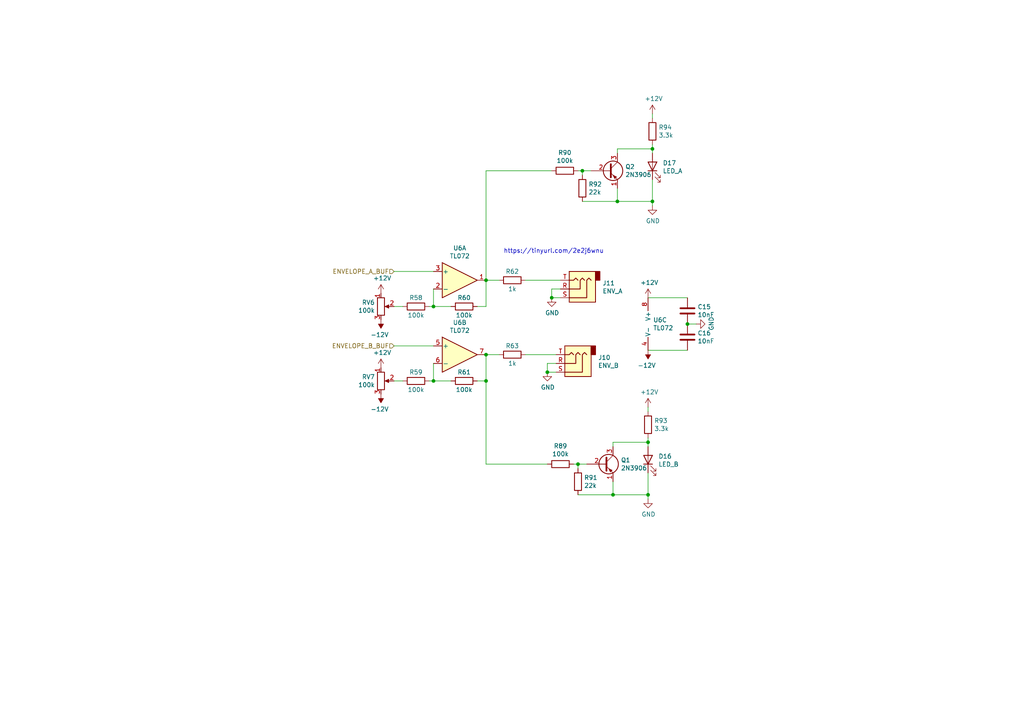
<source format=kicad_sch>
(kicad_sch (version 20211123) (generator eeschema)
  (paper "A4")
  (lib_symbols
    (symbol "Amplifier_Operational:TL072" (pin_names (offset 0.127))
      (property "Reference" "U" (at 0 5.08 0))
      (property "Value" "TL072" (at 0 -5.08 0))
      (symbol "TL072_1_1"
        (polyline (pts (xy -5.08 5.08) (xy 5.08 0) (xy -5.08 -5.08) (xy -5.08 5.08)) (stroke (width 0.254)) (fill (type background)))
        (pin output line (at 7.62 0 180) (length 2.54) (name "~") (number "1"))
        (pin input line (at -7.62 -2.54 0) (length 2.54) (name "-") (number "2"))
        (pin input line (at -7.62 2.54 0) (length 2.54) (name "+") (number "3"))
      )
      (symbol "TL072_2_1"
        (polyline (pts (xy -5.08 5.08) (xy 5.08 0) (xy -5.08 -5.08) (xy -5.08 5.08)) (stroke (width 0.254)) (fill (type background)))
        (pin input line (at -7.62 2.54 0) (length 2.54) (name "+") (number "5"))
        (pin input line (at -7.62 -2.54 0) (length 2.54) (name "-") (number "6"))
        (pin output line (at 7.62 0 180) (length 2.54) (name "~") (number "7"))
      )
      (symbol "TL072_3_1"
        (pin power_in line (at -2.54 -7.62 90) (length 3.81) (name "V-") (number "4"))
        (pin power_in line (at -2.54 7.62 270) (length 3.81) (name "V+") (number "8"))
      )
    )
    (symbol "Connector:AudioJack3"
      (property "Reference" "J" (at 0 8.89 0))
      (property "Value" "AudioJack3" (at 0 6.35 0))
      (symbol "AudioJack3_0_1"
        (rectangle (start -5.08 -5.08) (end -6.35 -2.54) (stroke (width 0.254)) (fill (type outline)))
        (polyline (pts (xy 0 -2.54) (xy 0.635 -3.175) (xy 1.27 -2.54) (xy 2.54 -2.54)) (stroke (width 0.254)))
        (polyline (pts (xy -1.905 -2.54) (xy -1.27 -3.175) (xy -0.635 -2.54) (xy -0.635 0) (xy 2.54 0)) (stroke (width 0.254)))
        (polyline (pts (xy 2.54 2.54) (xy -2.54 2.54) (xy -2.54 -2.54) (xy -3.175 -3.175) (xy -3.81 -2.54)) (stroke (width 0.254)))
        (rectangle (start 2.54 3.81) (end -5.08 -5.08) (stroke (width 0.254)) (fill (type background)))
      )
      (symbol "AudioJack3_1_1"
        (pin passive line (at 5.08 0 180) (length 2.54) (name "~") (number "R"))
        (pin passive line (at 5.08 2.54 180) (length 2.54) (name "~") (number "S"))
        (pin passive line (at 5.08 -2.54 180) (length 2.54) (name "~") (number "T"))
      )
    )
    (symbol "Device:C" (pin_numbers hide) (pin_names (offset 0.254))
      (property "Reference" "C" (at 0.635 2.54 0))
      (property "Value" "C" (at 0.635 -2.54 0))
      (symbol "C_0_1"
        (polyline (pts (xy -2.032 -0.762) (xy 2.032 -0.762)) (stroke (width 0.508)))
        (polyline (pts (xy -2.032 0.762) (xy 2.032 0.762)) (stroke (width 0.508)))
      )
      (symbol "C_1_1"
        (pin passive line (at 0 3.81 270) (length 2.794) (name "~") (number "1"))
        (pin passive line (at 0 -3.81 90) (length 2.794) (name "~") (number "2"))
      )
    )
    (symbol "Device:LED" (pin_numbers hide) (pin_names (offset 1.016) hide)
      (property "Reference" "D" (at 0 2.54 0))
      (property "Value" "LED" (at 0 -2.54 0))
      (symbol "LED_0_1"
        (polyline (pts (xy -1.27 -1.27) (xy -1.27 1.27)) (stroke (width 0.254)))
        (polyline (pts (xy -1.27 0) (xy 1.27 0)))
        (polyline (pts (xy 1.27 -1.27) (xy 1.27 1.27) (xy -1.27 0) (xy 1.27 -1.27)) (stroke (width 0.254)))
        (polyline (pts (xy -3.048 -0.762) (xy -4.572 -2.286) (xy -3.81 -2.286) (xy -4.572 -2.286) (xy -4.572 -1.524)))
        (polyline (pts (xy -1.778 -0.762) (xy -3.302 -2.286) (xy -2.54 -2.286) (xy -3.302 -2.286) (xy -3.302 -1.524)))
      )
      (symbol "LED_1_1"
        (pin passive line (at -3.81 0 0) (length 2.54) (name "K") (number "1"))
        (pin passive line (at 3.81 0 180) (length 2.54) (name "A") (number "2"))
      )
    )
    (symbol "Device:R" (pin_numbers hide) (pin_names (offset 0))
      (property "Reference" "R" (at 2.032 0 90))
      (property "Value" "R" (at 0 0 90))
      (symbol "R_0_1"
        (rectangle (start -1.016 -2.54) (end 1.016 2.54) (stroke (width 0.254)))
      )
      (symbol "R_1_1"
        (pin passive line (at 0 3.81 270) (length 1.27) (name "~") (number "1"))
        (pin passive line (at 0 -3.81 90) (length 1.27) (name "~") (number "2"))
      )
    )
    (symbol "Device:R_Potentiometer" (pin_names (offset 1.016) hide)
      (property "Reference" "RV" (at -4.445 0 90))
      (property "Value" "R_Potentiometer" (at -2.54 0 90))
      (symbol "R_Potentiometer_0_1"
        (polyline (pts (xy 2.54 0) (xy 1.524 0)))
        (polyline (pts (xy 1.143 0) (xy 2.286 0.508) (xy 2.286 -0.508) (xy 1.143 0)) (fill (type outline)))
        (rectangle (start 1.016 2.54) (end -1.016 -2.54) (stroke (width 0.254)))
      )
      (symbol "R_Potentiometer_1_1"
        (pin passive line (at 0 3.81 270) (length 1.27) (name "1") (number "1"))
        (pin passive line (at 3.81 0 180) (length 1.27) (name "2") (number "2"))
        (pin passive line (at 0 -3.81 90) (length 1.27) (name "3") (number "3"))
      )
    )
    (symbol "Transistor_BJT:2N3906" (pin_names (offset 0) hide)
      (property "Reference" "Q" (at 5.08 1.905 0))
      (property "Value" "2N3906" (at 5.08 0 0))
      (symbol "2N3906_0_1"
        (polyline (pts (xy 0.635 0.635) (xy 2.54 2.54)))
        (polyline (pts (xy 0.635 -0.635) (xy 2.54 -2.54) (xy 2.54 -2.54)))
        (polyline (pts (xy 0.635 1.905) (xy 0.635 -1.905) (xy 0.635 -1.905)) (stroke (width 0.508)))
        (polyline (pts (xy 2.286 -1.778) (xy 1.778 -2.286) (xy 1.27 -1.27) (xy 2.286 -1.778) (xy 2.286 -1.778)) (fill (type outline)))
        (circle (center 1.27 0) (radius 2.8194) (stroke (width 0.254)))
      )
      (symbol "2N3906_1_1"
        (pin passive line (at 2.54 -5.08 90) (length 2.54) (name "E") (number "1"))
        (pin input line (at -5.08 0 0) (length 5.715) (name "B") (number "2"))
        (pin passive line (at 2.54 5.08 270) (length 2.54) (name "C") (number "3"))
      )
    )
    (symbol "power:+12V" (power) (pin_names (offset 0))
      (property "Value" "+12V" (at 0 3.556 0))
      (symbol "+12V_0_1"
        (polyline (pts (xy -0.762 1.27) (xy 0 2.54)))
        (polyline (pts (xy 0 0) (xy 0 2.54)))
        (polyline (pts (xy 0 2.54) (xy 0.762 1.27)))
      )
      (symbol "+12V_1_1"
        (pin power_in line (at 0 0 90) (length 0) hide (name "+12V") (number "1"))
      )
    )
    (symbol "power:-12V" (power) (pin_names (offset 0))
      (property "Value" "-12V" (at 0 3.81 0))
      (symbol "-12V_0_0"
        (pin power_in line (at 0 0 90) (length 0) hide (name "-12V") (number "1"))
      )
      (symbol "-12V_0_1"
        (polyline (pts (xy 0 0) (xy 0 1.27) (xy 0.762 1.27) (xy 0 2.54) (xy -0.762 1.27) (xy 0 1.27)) (fill (type outline)))
      )
    )
    (symbol "power:GND" (power) (pin_names (offset 0))
      (property "Value" "GND" (at 0 -3.81 0))
      (symbol "GND_0_1"
        (polyline (pts (xy 0 0) (xy 0 -1.27) (xy 1.27 -1.27) (xy 0 -2.54) (xy -1.27 -1.27) (xy 0 -1.27)))
      )
      (symbol "GND_1_1"
        (pin power_in line (at 0 0 270) (length 0) hide (name "GND") (number "1"))
      )
    )
  )
  (junction (at 187.96 128.27))
  (junction (at 140.97 110.49))
  (junction (at 187.96 143.51))
  (junction (at 125.73 110.49))
  (junction (at 179.07 58.42))
  (junction (at 189.23 58.42))
  (junction (at 125.73 88.9))
  (junction (at 160.02 86.36))
  (junction (at 189.23 43.18))
  (junction (at 167.64 134.62))
  (junction (at 140.97 102.87))
  (junction (at 158.75 107.95))
  (junction (at 177.8 143.51))
  (junction (at 168.91 49.53))
  (junction (at 199.39 93.98))
  (junction (at 140.97 81.28))
  (wire (pts (xy 125.73 78.74) (xy 114.3 78.74)))
  (wire (pts (xy 152.4 102.87) (xy 161.29 102.87)))
  (wire (pts (xy 158.75 134.62) (xy 140.97 134.62)))
  (wire (pts (xy 179.07 43.18) (xy 179.07 44.45)))
  (wire (pts (xy 187.96 127) (xy 187.96 128.27)))
  (wire (pts (xy 179.07 54.61) (xy 179.07 58.42)))
  (wire (pts (xy 140.97 81.28) (xy 144.78 81.28)))
  (wire (pts (xy 158.75 107.95) (xy 161.29 107.95)))
  (wire (pts (xy 187.96 128.27) (xy 187.96 129.54)))
  (wire (pts (xy 189.23 58.42) (xy 189.23 59.69)))
  (wire (pts (xy 125.73 105.41) (xy 125.73 110.49)))
  (wire (pts (xy 187.96 143.51) (xy 187.96 144.78)))
  (wire (pts (xy 160.02 86.36) (xy 160.02 83.82)))
  (wire (pts (xy 167.64 135.89) (xy 167.64 134.62)))
  (wire (pts (xy 125.73 83.82) (xy 125.73 88.9)))
  (wire (pts (xy 138.43 110.49) (xy 140.97 110.49)))
  (wire (pts (xy 125.73 100.33) (xy 114.3 100.33)))
  (wire (pts (xy 167.64 134.62) (xy 170.18 134.62)))
  (wire (pts (xy 187.96 86.36) (xy 199.39 86.36)))
  (wire (pts (xy 168.91 49.53) (xy 171.45 49.53)))
  (wire (pts (xy 166.37 134.62) (xy 167.64 134.62)))
  (wire (pts (xy 177.8 139.7) (xy 177.8 143.51)))
  (wire (pts (xy 125.73 88.9) (xy 124.46 88.9)))
  (wire (pts (xy 114.3 110.49) (xy 116.84 110.49)))
  (wire (pts (xy 187.96 118.11) (xy 187.96 119.38)))
  (wire (pts (xy 162.56 86.36) (xy 160.02 86.36)))
  (wire (pts (xy 179.07 58.42) (xy 189.23 58.42)))
  (wire (pts (xy 168.91 58.42) (xy 179.07 58.42)))
  (wire (pts (xy 138.43 88.9) (xy 140.97 88.9)))
  (wire (pts (xy 199.39 93.98) (xy 201.93 93.98)))
  (wire (pts (xy 187.96 137.16) (xy 187.96 143.51)))
  (wire (pts (xy 125.73 88.9) (xy 130.81 88.9)))
  (wire (pts (xy 158.75 107.95) (xy 158.75 105.41)))
  (wire (pts (xy 140.97 102.87) (xy 144.78 102.87)))
  (wire (pts (xy 189.23 33.02) (xy 189.23 34.29)))
  (wire (pts (xy 140.97 88.9) (xy 140.97 81.28)))
  (wire (pts (xy 189.23 43.18) (xy 179.07 43.18)))
  (wire (pts (xy 187.96 101.6) (xy 199.39 101.6)))
  (wire (pts (xy 114.3 88.9) (xy 116.84 88.9)))
  (wire (pts (xy 160.02 49.53) (xy 140.97 49.53)))
  (wire (pts (xy 140.97 49.53) (xy 140.97 81.28)))
  (wire (pts (xy 177.8 143.51) (xy 187.96 143.51)))
  (wire (pts (xy 140.97 110.49) (xy 140.97 102.87)))
  (wire (pts (xy 167.64 49.53) (xy 168.91 49.53)))
  (wire (pts (xy 177.8 128.27) (xy 177.8 129.54)))
  (wire (pts (xy 189.23 43.18) (xy 189.23 44.45)))
  (wire (pts (xy 140.97 134.62) (xy 140.97 110.49)))
  (wire (pts (xy 187.96 128.27) (xy 177.8 128.27)))
  (wire (pts (xy 125.73 110.49) (xy 124.46 110.49)))
  (wire (pts (xy 168.91 50.8) (xy 168.91 49.53)))
  (wire (pts (xy 167.64 143.51) (xy 177.8 143.51)))
  (wire (pts (xy 125.73 110.49) (xy 130.81 110.49)))
  (wire (pts (xy 162.56 81.28) (xy 152.4 81.28)))
  (wire (pts (xy 158.75 105.41) (xy 161.29 105.41)))
  (wire (pts (xy 189.23 52.07) (xy 189.23 58.42)))
  (wire (pts (xy 189.23 41.91) (xy 189.23 43.18)))
  (wire (pts (xy 160.02 83.82) (xy 162.56 83.82)))
  (text "https://tinyurl.com/2e2j6wnu" (at 146.05 73.66 0) (effects (font (size 1.27 1.27)) (justify left bottom)))
  (hierarchical_label "ENVELOPE_A_BUF" (shape input) (at 114.3 78.74 180))
  (hierarchical_label "ENVELOPE_B_BUF" (shape input) (at 114.3 100.33 180))
  (symbol (lib_id "Device:LED") (at 189.23 48.26 90) (unit 1)
    (property "Reference" "D17" (at 192.2272 47.2694 90) (effects (justify right)))
    (property "Value" "LED_A" (at 192.2272 49.5808 90) (effects (justify right)))
    (property "Footprint" "My Stuff:LED_D3.0mm" (effects hide))
  )
  (symbol (lib_id "Device:R") (at 189.23 38.1 0) (unit 1)
    (property "Reference" "R94" (at 191.008 36.9316 0) (effects (justify left)))
    (property "Value" "3.3k" (at 191.008 39.243 0) (effects (justify left)))
    (property "Footprint" "Resistor_SMD:R_1206_3216Metric_Pad1.30x1.75mm_HandSolder" (effects hide))
  )
  (symbol (lib_id "Device:R") (at 163.83 49.53 270) (unit 1)
    (property "Reference" "R90" (at 163.83 44.2722 90))
    (property "Value" "100k" (at 163.83 46.5836 90))
    (property "Footprint" "Resistor_SMD:R_1206_3216Metric_Pad1.30x1.75mm_HandSolder" (effects hide))
  )
  (symbol (lib_id "Transistor_BJT:2N3906") (at 176.53 49.53 0) (unit 1)
    (property "Reference" "Q2" (at 181.356 48.3616 0) (effects (justify left)))
    (property "Value" "2N3906" (at 181.356 50.673 0) (effects (justify left)))
    (property "Footprint" "Package_TO_SOT_THT:TO-92_Inline" (effects hide))
    (property "Datasheet" "https://www.onsemi.com/pub/Collateral/2N3906-D.PDF" (effects hide))
  )
  (symbol (lib_id "Device:R") (at 168.91 54.61 0) (unit 1)
    (property "Reference" "R92" (at 170.688 53.4416 0) (effects (justify left)))
    (property "Value" "22k" (at 170.688 55.753 0) (effects (justify left)))
    (property "Footprint" "Resistor_SMD:R_1206_3216Metric_Pad1.30x1.75mm_HandSolder" (effects hide))
  )
  (symbol (lib_id "power:+12V") (at 189.23 33.02 0) (unit 1)
    (property "Reference" "#PWR0101" (effects hide))
    (property "Value" "+12V" (at 189.611 28.6258 0))
  )
  (symbol (lib_id "power:GND") (at 189.23 59.69 0) (unit 1)
    (property "Reference" "#PWR0102" (effects hide))
    (property "Value" "GND" (at 189.357 64.0842 0))
  )
  (symbol (lib_id "Device:LED") (at 187.96 133.35 90) (unit 1)
    (property "Reference" "D16" (at 190.9572 132.3594 90) (effects (justify right)))
    (property "Value" "LED_B" (at 190.9572 134.6708 90) (effects (justify right)))
    (property "Footprint" "My Stuff:LED_D3.0mm" (effects hide))
  )
  (symbol (lib_id "Device:R") (at 187.96 123.19 0) (unit 1)
    (property "Reference" "R93" (at 189.738 122.0216 0) (effects (justify left)))
    (property "Value" "3.3k" (at 189.738 124.333 0) (effects (justify left)))
    (property "Footprint" "Resistor_SMD:R_1206_3216Metric_Pad1.30x1.75mm_HandSolder" (effects hide))
  )
  (symbol (lib_id "Device:R") (at 162.56 134.62 270) (unit 1)
    (property "Reference" "R89" (at 162.56 129.3622 90))
    (property "Value" "100k" (at 162.56 131.6736 90))
    (property "Footprint" "Resistor_SMD:R_1206_3216Metric_Pad1.30x1.75mm_HandSolder" (effects hide))
  )
  (symbol (lib_id "Transistor_BJT:2N3906") (at 175.26 134.62 0) (unit 1)
    (property "Reference" "Q1" (at 180.086 133.4516 0) (effects (justify left)))
    (property "Value" "2N3906" (at 180.086 135.763 0) (effects (justify left)))
    (property "Footprint" "Package_TO_SOT_THT:TO-92_Inline" (effects hide))
    (property "Datasheet" "https://www.onsemi.com/pub/Collateral/2N3906-D.PDF" (effects hide))
  )
  (symbol (lib_id "Device:R") (at 167.64 139.7 0) (unit 1)
    (property "Reference" "R91" (at 169.418 138.5316 0) (effects (justify left)))
    (property "Value" "22k" (at 169.418 140.843 0) (effects (justify left)))
    (property "Footprint" "Resistor_SMD:R_1206_3216Metric_Pad1.30x1.75mm_HandSolder" (effects hide))
  )
  (symbol (lib_id "power:+12V") (at 187.96 118.11 0) (unit 1)
    (property "Reference" "#PWR0103" (effects hide))
    (property "Value" "+12V" (at 188.341 113.7158 0))
  )
  (symbol (lib_id "power:GND") (at 187.96 144.78 0) (unit 1)
    (property "Reference" "#PWR0104" (effects hide))
    (property "Value" "GND" (at 188.087 149.1742 0))
  )
  (symbol (lib_id "Connector:AudioJack3") (at 167.64 83.82 180) (unit 1)
    (property "Reference" "J11" (at 174.752 82.1182 0) (effects (justify right)))
    (property "Value" "ENV_A" (at 174.752 84.4296 0) (effects (justify right)))
    (property "Footprint" "My Stuff:Jack_2.5mm_MJ-355W_Vertical" (effects hide))
  )
  (symbol (lib_id "Connector:AudioJack3") (at 166.37 105.41 180) (unit 1)
    (property "Reference" "J10" (at 173.482 103.7082 0) (effects (justify right)))
    (property "Value" "ENV_B" (at 173.482 106.0196 0) (effects (justify right)))
    (property "Footprint" "My Stuff:Jack_2.5mm_MJ-355W_Vertical" (effects hide))
  )
  (symbol (lib_id "power:GND") (at 158.75 107.95 0) (unit 1)
    (property "Reference" "#PWR060" (effects hide))
    (property "Value" "GND" (at 158.877 112.3442 0))
  )
  (symbol (lib_id "Device:R") (at 134.62 88.9 270) (unit 1)
    (property "Reference" "R60" (at 134.62 86.36 90))
    (property "Value" "100k" (at 134.62 91.44 90))
    (property "Footprint" "Resistor_SMD:R_1206_3216Metric_Pad1.30x1.75mm_HandSolder" (effects hide))
  )
  (symbol (lib_id "Device:R") (at 120.65 88.9 270) (unit 1)
    (property "Reference" "R58" (at 120.65 86.36 90))
    (property "Value" "100k" (at 120.65 91.44 90))
    (property "Footprint" "Resistor_SMD:R_1206_3216Metric_Pad1.30x1.75mm_HandSolder" (effects hide))
  )
  (symbol (lib_id "Device:R") (at 148.59 81.28 270) (unit 1)
    (property "Reference" "R62" (at 148.59 78.74 90))
    (property "Value" "1k" (at 148.59 83.82 90))
    (property "Footprint" "Resistor_SMD:R_1206_3216Metric_Pad1.30x1.75mm_HandSolder" (effects hide))
  )
  (symbol (lib_id "Device:R") (at 134.62 110.49 270) (unit 1)
    (property "Reference" "R61" (at 134.62 107.95 90))
    (property "Value" "100k" (at 134.62 113.03 90))
    (property "Footprint" "Resistor_SMD:R_1206_3216Metric_Pad1.30x1.75mm_HandSolder" (effects hide))
  )
  (symbol (lib_id "Device:R") (at 120.65 110.49 270) (unit 1)
    (property "Reference" "R59" (at 120.65 107.95 90))
    (property "Value" "100k" (at 120.65 113.03 90))
    (property "Footprint" "Resistor_SMD:R_1206_3216Metric_Pad1.30x1.75mm_HandSolder" (effects hide))
  )
  (symbol (lib_id "Device:R") (at 148.59 102.87 270) (unit 1)
    (property "Reference" "R63" (at 148.59 100.33 90))
    (property "Value" "1k" (at 148.59 105.41 90))
    (property "Footprint" "Resistor_SMD:R_1206_3216Metric_Pad1.30x1.75mm_HandSolder" (effects hide))
  )
  (symbol (lib_id "power:GND") (at 160.02 86.36 0) (unit 1)
    (property "Reference" "#PWR061" (effects hide))
    (property "Value" "GND" (at 160.147 90.7542 0))
  )
  (symbol (lib_id "Amplifier_Operational:TL072") (at 133.35 81.28 0) (unit 1)
    (property "Reference" "U6" (at 133.35 71.9582 0))
    (property "Value" "TL072" (at 133.35 74.2696 0))
    (property "Footprint" "Package_DIP:DIP-8_W7.62mm" (effects hide))
    (property "Datasheet" "http://www.ti.com/lit/ds/symlink/tl071.pdf" (effects hide))
  )
  (symbol (lib_id "Amplifier_Operational:TL072") (at 133.35 102.87 0) (unit 2)
    (property "Reference" "U6" (at 133.35 93.5482 0))
    (property "Value" "TL072" (at 133.35 95.8596 0))
    (property "Footprint" "Package_DIP:DIP-8_W7.62mm" (effects hide))
    (property "Datasheet" "http://www.ti.com/lit/ds/symlink/tl071.pdf" (effects hide))
  )
  (symbol (lib_id "Device:R_Potentiometer") (at 110.49 110.49 0) (unit 1)
    (property "Reference" "RV7" (at 108.7374 109.3216 0) (effects (justify right)))
    (property "Value" "100k" (at 108.7374 111.633 0) (effects (justify right)))
    (property "Footprint" "Potentiometer_THT:Potentiometer_Bourns_3296W_Vertical" (effects hide))
  )
  (symbol (lib_id "power:-12V") (at 110.49 114.3 180) (unit 1)
    (property "Reference" "#PWR059" (effects hide))
    (property "Value" "-12V" (at 110.109 118.6942 0))
  )
  (symbol (lib_id "power:+12V") (at 110.49 106.68 0) (unit 1)
    (property "Reference" "#PWR058" (effects hide))
    (property "Value" "+12V" (at 110.871 102.2858 0))
  )
  (symbol (lib_id "Device:R_Potentiometer") (at 110.49 88.9 0) (unit 1)
    (property "Reference" "RV6" (at 108.7374 87.7316 0) (effects (justify right)))
    (property "Value" "100k" (at 108.7374 90.043 0) (effects (justify right)))
    (property "Footprint" "Potentiometer_THT:Potentiometer_Bourns_3296W_Vertical" (effects hide))
  )
  (symbol (lib_id "power:-12V") (at 110.49 92.71 180) (unit 1)
    (property "Reference" "#PWR057" (effects hide))
    (property "Value" "-12V" (at 110.109 97.1042 0))
  )
  (symbol (lib_id "power:+12V") (at 110.49 85.09 0) (unit 1)
    (property "Reference" "#PWR056" (effects hide))
    (property "Value" "+12V" (at 110.871 80.6958 0))
  )
  (symbol (lib_id "Amplifier_Operational:TL072") (at 190.5 93.98 0) (unit 3)
    (property "Reference" "U6" (at 189.4332 92.8116 0) (effects (justify left)))
    (property "Value" "TL072" (at 189.4332 95.123 0) (effects (justify left)))
    (property "Footprint" "Package_DIP:DIP-8_W7.62mm" (effects hide))
    (property "Datasheet" "http://www.ti.com/lit/ds/symlink/tl071.pdf" (effects hide))
  )
  (symbol (lib_id "Device:C") (at 199.39 90.17 180) (unit 1)
    (property "Reference" "C15" (at 202.311 89.0016 0) (effects (justify right)))
    (property "Value" "10nF" (at 202.311 91.313 0) (effects (justify right)))
    (property "Footprint" "Capacitor_THT:C_Disc_D5.1mm_W3.2mm_P5.00mm" (effects hide))
  )
  (symbol (lib_id "power:GND") (at 201.93 93.98 90) (unit 1)
    (property "Reference" "#PWR064" (effects hide))
    (property "Value" "GND" (at 206.3242 93.853 0))
  )
  (symbol (lib_id "Device:C") (at 199.39 97.79 180) (unit 1)
    (property "Reference" "C16" (at 202.311 96.6216 0) (effects (justify right)))
    (property "Value" "10nF" (at 202.311 98.933 0) (effects (justify right)))
    (property "Footprint" "Capacitor_THT:C_Disc_D5.1mm_W3.2mm_P5.00mm" (effects hide))
  )
  (symbol (lib_id "power:+12V") (at 187.96 86.36 0) (unit 1)
    (property "Reference" "#PWR062" (effects hide))
    (property "Value" "+12V" (at 188.341 81.9658 0))
  )
  (symbol (lib_id "power:-12V") (at 187.96 101.6 180) (unit 1)
    (property "Reference" "#PWR063" (effects hide))
    (property "Value" "-12V" (at 187.579 105.9942 0))
  )
)
</source>
